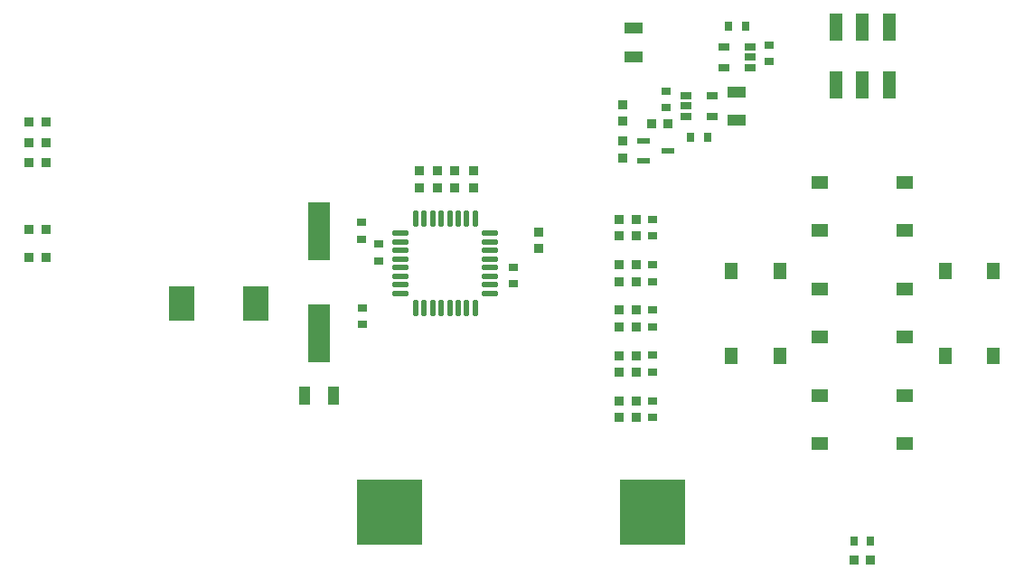
<source format=gtp>
G04*
G04 #@! TF.GenerationSoftware,Altium Limited,Altium Designer,20.1.11 (218)*
G04*
G04 Layer_Color=8421504*
%FSLAX44Y44*%
%MOMM*%
G71*
G04*
G04 #@! TF.SameCoordinates,5782A1AA-DBA6-47D9-9EA6-4E8C4A28D043*
G04*
G04*
G04 #@! TF.FilePolarity,Positive*
G04*
G01*
G75*
G04:AMPARAMS|DCode=18|XSize=1.6mm|YSize=0.55mm|CornerRadius=0.1458mm|HoleSize=0mm|Usage=FLASHONLY|Rotation=180.000|XOffset=0mm|YOffset=0mm|HoleType=Round|Shape=RoundedRectangle|*
%AMROUNDEDRECTD18*
21,1,1.6000,0.2585,0,0,180.0*
21,1,1.3085,0.5500,0,0,180.0*
1,1,0.2915,-0.6543,0.1293*
1,1,0.2915,0.6543,0.1293*
1,1,0.2915,0.6543,-0.1293*
1,1,0.2915,-0.6543,-0.1293*
%
%ADD18ROUNDEDRECTD18*%
G04:AMPARAMS|DCode=19|XSize=1.6mm|YSize=0.55mm|CornerRadius=0.1458mm|HoleSize=0mm|Usage=FLASHONLY|Rotation=270.000|XOffset=0mm|YOffset=0mm|HoleType=Round|Shape=RoundedRectangle|*
%AMROUNDEDRECTD19*
21,1,1.6000,0.2585,0,0,270.0*
21,1,1.3085,0.5500,0,0,270.0*
1,1,0.2915,-0.1293,-0.6543*
1,1,0.2915,-0.1293,0.6543*
1,1,0.2915,0.1293,0.6543*
1,1,0.2915,0.1293,-0.6543*
%
%ADD19ROUNDEDRECTD19*%
%ADD20R,1.7000X1.1000*%
%ADD21R,1.1000X0.6500*%
%ADD22R,1.1000X1.7000*%
%ADD23R,0.8700X0.9700*%
%ADD24R,0.9652X0.7620*%
%ADD25R,0.9700X0.8700*%
%ADD26R,1.1500X0.6000*%
%ADD27R,0.7620X0.9652*%
%ADD28R,1.2000X2.5000*%
%ADD29R,2.4000X3.3000*%
%ADD30R,1.5500X1.3000*%
%ADD31R,1.3000X1.5500*%
%ADD32R,6.0700X6.0700*%
%ADD33R,2.0000X5.5000*%
D18*
X657750Y366710D02*
D03*
Y374710D02*
D03*
Y350710D02*
D03*
Y342710D02*
D03*
Y358710D02*
D03*
Y334710D02*
D03*
Y326710D02*
D03*
Y318710D02*
D03*
X574150Y366710D02*
D03*
Y342710D02*
D03*
Y374710D02*
D03*
Y358710D02*
D03*
Y350710D02*
D03*
Y334710D02*
D03*
Y318710D02*
D03*
Y326710D02*
D03*
D19*
X611950Y388510D02*
D03*
X619950D02*
D03*
X603950D02*
D03*
X635950D02*
D03*
X643950D02*
D03*
X627950D02*
D03*
X611950Y304910D02*
D03*
X619950D02*
D03*
X603950D02*
D03*
X635950D02*
D03*
X643950D02*
D03*
X627950D02*
D03*
X587950Y388510D02*
D03*
X595950D02*
D03*
X587950Y304910D02*
D03*
X595950D02*
D03*
D20*
X792480Y567220D02*
D03*
Y540220D02*
D03*
X889000Y480530D02*
D03*
Y507530D02*
D03*
D21*
X901000Y539750D02*
D03*
Y549250D02*
D03*
Y530250D02*
D03*
X877000Y549250D02*
D03*
Y530250D02*
D03*
X865440Y503530D02*
D03*
Y484530D02*
D03*
X841440D02*
D03*
Y503530D02*
D03*
Y494030D02*
D03*
D22*
X484340Y222250D02*
D03*
X511340D02*
D03*
D23*
X241480Y351790D02*
D03*
X225880D02*
D03*
X241480Y378460D02*
D03*
X225880D02*
D03*
X241660Y459740D02*
D03*
X226060D02*
D03*
X241480Y440690D02*
D03*
X225880D02*
D03*
X241480Y478790D02*
D03*
X225880D02*
D03*
X824410Y477520D02*
D03*
X808810D02*
D03*
X1014260Y68580D02*
D03*
X998660D02*
D03*
D24*
X810260Y345374D02*
D03*
Y329626D02*
D03*
Y302874D02*
D03*
Y287126D02*
D03*
Y217874D02*
D03*
Y202126D02*
D03*
Y387874D02*
D03*
Y372126D02*
D03*
X822960Y492506D02*
D03*
Y508254D02*
D03*
X919480Y551434D02*
D03*
Y535686D02*
D03*
X679450Y343154D02*
D03*
Y327406D02*
D03*
X553720Y364744D02*
D03*
Y348996D02*
D03*
X538480Y289306D02*
D03*
Y305054D02*
D03*
X810260Y244626D02*
D03*
Y260374D02*
D03*
X537210Y385064D02*
D03*
Y369316D02*
D03*
D25*
X795020Y345300D02*
D03*
Y329700D02*
D03*
X778510Y345300D02*
D03*
Y329700D02*
D03*
Y302800D02*
D03*
Y287200D02*
D03*
X795020Y302800D02*
D03*
Y287200D02*
D03*
X778510Y260300D02*
D03*
Y244700D02*
D03*
X795020Y260300D02*
D03*
Y244700D02*
D03*
Y217800D02*
D03*
Y202200D02*
D03*
X778510Y217800D02*
D03*
Y202200D02*
D03*
X795020Y387800D02*
D03*
Y372200D02*
D03*
X778510Y387800D02*
D03*
Y372200D02*
D03*
X782320Y495480D02*
D03*
Y479880D02*
D03*
Y461190D02*
D03*
Y445590D02*
D03*
X642620Y433250D02*
D03*
Y417650D02*
D03*
X624840Y433250D02*
D03*
Y417650D02*
D03*
X608330Y433250D02*
D03*
Y417650D02*
D03*
X591820Y433250D02*
D03*
Y417650D02*
D03*
X703580Y360500D02*
D03*
Y376100D02*
D03*
D26*
X824050Y452120D02*
D03*
X801550Y461620D02*
D03*
Y442620D02*
D03*
D27*
X861314Y464820D02*
D03*
X845566D02*
D03*
X896874Y568960D02*
D03*
X881126D02*
D03*
X1014334Y86360D02*
D03*
X998586D02*
D03*
D28*
X1031460Y568520D02*
D03*
X1006460D02*
D03*
Y513520D02*
D03*
X1031460D02*
D03*
X981460D02*
D03*
Y568520D02*
D03*
D29*
X438610Y308610D02*
D03*
X369110D02*
D03*
D30*
X1046210Y422570D02*
D03*
Y377570D02*
D03*
X966710Y422570D02*
D03*
Y377570D02*
D03*
X1046210Y322570D02*
D03*
Y277570D02*
D03*
X966710Y322570D02*
D03*
Y277570D02*
D03*
X1046210Y222570D02*
D03*
Y177570D02*
D03*
X966710Y222570D02*
D03*
Y177570D02*
D03*
D31*
X883960Y339820D02*
D03*
X928960D02*
D03*
Y260320D02*
D03*
X883960D02*
D03*
X1083960Y339820D02*
D03*
X1128960D02*
D03*
Y260320D02*
D03*
X1083960D02*
D03*
D32*
X563770Y113030D02*
D03*
X810370D02*
D03*
D33*
X497840Y281430D02*
D03*
Y376430D02*
D03*
M02*

</source>
